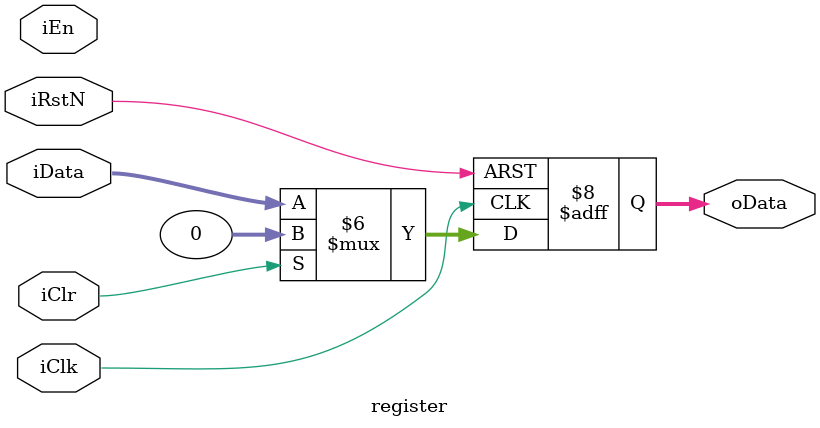
<source format=v>
`ifndef register
`define register

module register #(
    parameter BITWIDTH = 32
)(
    input wire iClk,
    input wire iRstN,
    input wire iEn,
    input wire iClr,
    input wire [BITWIDTH-1 : 0] iData,
    output reg [BITWIDTH-1 : 0] oData
);

    always@(posedge iClk or negedge iRstN) begin
        if (~iRstN) begin
            oData <= 0;
        end else begin
            if (iClr) begin
                oData <= 0;
            end else begin
                if (iEn) begin
                    oData <= iData;
                end else begin
                    oData <= iData;
                end
            end
        end
    end

endmodule

`endif

</source>
